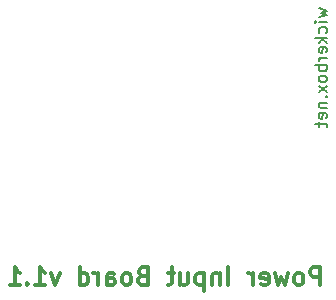
<source format=gbo>
G04 #@! TF.FileFunction,Legend,Bot*
%FSLAX46Y46*%
G04 Gerber Fmt 4.6, Leading zero omitted, Abs format (unit mm)*
G04 Created by KiCad (PCBNEW 4.0.1-3.201512221402+6198~38~ubuntu14.04.1-stable) date Sat 30 Jul 2016 07:16:47 PM PDT*
%MOMM*%
G01*
G04 APERTURE LIST*
%ADD10C,0.100000*%
%ADD11C,0.203200*%
%ADD12C,0.300000*%
G04 APERTURE END LIST*
D10*
D11*
X137450286Y-87472763D02*
X138127619Y-87666287D01*
X137643810Y-87859810D01*
X138127619Y-88053334D01*
X137450286Y-88246858D01*
X138127619Y-88633906D02*
X137450286Y-88633906D01*
X137111619Y-88633906D02*
X137160000Y-88585525D01*
X137208381Y-88633906D01*
X137160000Y-88682287D01*
X137111619Y-88633906D01*
X137208381Y-88633906D01*
X138079238Y-89553144D02*
X138127619Y-89456382D01*
X138127619Y-89262859D01*
X138079238Y-89166097D01*
X138030857Y-89117716D01*
X137934095Y-89069335D01*
X137643810Y-89069335D01*
X137547048Y-89117716D01*
X137498667Y-89166097D01*
X137450286Y-89262859D01*
X137450286Y-89456382D01*
X137498667Y-89553144D01*
X138127619Y-89988573D02*
X137111619Y-89988573D01*
X137740571Y-90085335D02*
X138127619Y-90375620D01*
X137450286Y-90375620D02*
X137837333Y-89988573D01*
X138079238Y-91198096D02*
X138127619Y-91101334D01*
X138127619Y-90907811D01*
X138079238Y-90811049D01*
X137982476Y-90762668D01*
X137595429Y-90762668D01*
X137498667Y-90811049D01*
X137450286Y-90907811D01*
X137450286Y-91101334D01*
X137498667Y-91198096D01*
X137595429Y-91246477D01*
X137692190Y-91246477D01*
X137788952Y-90762668D01*
X138127619Y-91681906D02*
X137450286Y-91681906D01*
X137643810Y-91681906D02*
X137547048Y-91730287D01*
X137498667Y-91778668D01*
X137450286Y-91875430D01*
X137450286Y-91972191D01*
X138127619Y-92310858D02*
X137111619Y-92310858D01*
X137498667Y-92310858D02*
X137450286Y-92407620D01*
X137450286Y-92601143D01*
X137498667Y-92697905D01*
X137547048Y-92746286D01*
X137643810Y-92794667D01*
X137934095Y-92794667D01*
X138030857Y-92746286D01*
X138079238Y-92697905D01*
X138127619Y-92601143D01*
X138127619Y-92407620D01*
X138079238Y-92310858D01*
X138127619Y-93375239D02*
X138079238Y-93278477D01*
X138030857Y-93230096D01*
X137934095Y-93181715D01*
X137643810Y-93181715D01*
X137547048Y-93230096D01*
X137498667Y-93278477D01*
X137450286Y-93375239D01*
X137450286Y-93520381D01*
X137498667Y-93617143D01*
X137547048Y-93665524D01*
X137643810Y-93713905D01*
X137934095Y-93713905D01*
X138030857Y-93665524D01*
X138079238Y-93617143D01*
X138127619Y-93520381D01*
X138127619Y-93375239D01*
X138127619Y-94052572D02*
X137450286Y-94584762D01*
X137450286Y-94052572D02*
X138127619Y-94584762D01*
X138030857Y-94971810D02*
X138079238Y-95020191D01*
X138127619Y-94971810D01*
X138079238Y-94923429D01*
X138030857Y-94971810D01*
X138127619Y-94971810D01*
X137450286Y-95455620D02*
X138127619Y-95455620D01*
X137547048Y-95455620D02*
X137498667Y-95504001D01*
X137450286Y-95600763D01*
X137450286Y-95745905D01*
X137498667Y-95842667D01*
X137595429Y-95891048D01*
X138127619Y-95891048D01*
X138079238Y-96761905D02*
X138127619Y-96665143D01*
X138127619Y-96471620D01*
X138079238Y-96374858D01*
X137982476Y-96326477D01*
X137595429Y-96326477D01*
X137498667Y-96374858D01*
X137450286Y-96471620D01*
X137450286Y-96665143D01*
X137498667Y-96761905D01*
X137595429Y-96810286D01*
X137692190Y-96810286D01*
X137788952Y-96326477D01*
X137450286Y-97100572D02*
X137450286Y-97487620D01*
X137111619Y-97245715D02*
X137982476Y-97245715D01*
X138079238Y-97294096D01*
X138127619Y-97390858D01*
X138127619Y-97487620D01*
D12*
X137567142Y-110914571D02*
X137567142Y-109414571D01*
X136995714Y-109414571D01*
X136852856Y-109486000D01*
X136781428Y-109557429D01*
X136709999Y-109700286D01*
X136709999Y-109914571D01*
X136781428Y-110057429D01*
X136852856Y-110128857D01*
X136995714Y-110200286D01*
X137567142Y-110200286D01*
X135852856Y-110914571D02*
X135995714Y-110843143D01*
X136067142Y-110771714D01*
X136138571Y-110628857D01*
X136138571Y-110200286D01*
X136067142Y-110057429D01*
X135995714Y-109986000D01*
X135852856Y-109914571D01*
X135638571Y-109914571D01*
X135495714Y-109986000D01*
X135424285Y-110057429D01*
X135352856Y-110200286D01*
X135352856Y-110628857D01*
X135424285Y-110771714D01*
X135495714Y-110843143D01*
X135638571Y-110914571D01*
X135852856Y-110914571D01*
X134852856Y-109914571D02*
X134567142Y-110914571D01*
X134281428Y-110200286D01*
X133995713Y-110914571D01*
X133709999Y-109914571D01*
X132567142Y-110843143D02*
X132709999Y-110914571D01*
X132995713Y-110914571D01*
X133138570Y-110843143D01*
X133209999Y-110700286D01*
X133209999Y-110128857D01*
X133138570Y-109986000D01*
X132995713Y-109914571D01*
X132709999Y-109914571D01*
X132567142Y-109986000D01*
X132495713Y-110128857D01*
X132495713Y-110271714D01*
X133209999Y-110414571D01*
X131852856Y-110914571D02*
X131852856Y-109914571D01*
X131852856Y-110200286D02*
X131781428Y-110057429D01*
X131709999Y-109986000D01*
X131567142Y-109914571D01*
X131424285Y-109914571D01*
X129781428Y-110914571D02*
X129781428Y-109414571D01*
X129067142Y-109914571D02*
X129067142Y-110914571D01*
X129067142Y-110057429D02*
X128995714Y-109986000D01*
X128852856Y-109914571D01*
X128638571Y-109914571D01*
X128495714Y-109986000D01*
X128424285Y-110128857D01*
X128424285Y-110914571D01*
X127709999Y-109914571D02*
X127709999Y-111414571D01*
X127709999Y-109986000D02*
X127567142Y-109914571D01*
X127281428Y-109914571D01*
X127138571Y-109986000D01*
X127067142Y-110057429D01*
X126995713Y-110200286D01*
X126995713Y-110628857D01*
X127067142Y-110771714D01*
X127138571Y-110843143D01*
X127281428Y-110914571D01*
X127567142Y-110914571D01*
X127709999Y-110843143D01*
X125709999Y-109914571D02*
X125709999Y-110914571D01*
X126352856Y-109914571D02*
X126352856Y-110700286D01*
X126281428Y-110843143D01*
X126138570Y-110914571D01*
X125924285Y-110914571D01*
X125781428Y-110843143D01*
X125709999Y-110771714D01*
X125209999Y-109914571D02*
X124638570Y-109914571D01*
X124995713Y-109414571D02*
X124995713Y-110700286D01*
X124924285Y-110843143D01*
X124781427Y-110914571D01*
X124638570Y-110914571D01*
X122495713Y-110128857D02*
X122281427Y-110200286D01*
X122209999Y-110271714D01*
X122138570Y-110414571D01*
X122138570Y-110628857D01*
X122209999Y-110771714D01*
X122281427Y-110843143D01*
X122424285Y-110914571D01*
X122995713Y-110914571D01*
X122995713Y-109414571D01*
X122495713Y-109414571D01*
X122352856Y-109486000D01*
X122281427Y-109557429D01*
X122209999Y-109700286D01*
X122209999Y-109843143D01*
X122281427Y-109986000D01*
X122352856Y-110057429D01*
X122495713Y-110128857D01*
X122995713Y-110128857D01*
X121281427Y-110914571D02*
X121424285Y-110843143D01*
X121495713Y-110771714D01*
X121567142Y-110628857D01*
X121567142Y-110200286D01*
X121495713Y-110057429D01*
X121424285Y-109986000D01*
X121281427Y-109914571D01*
X121067142Y-109914571D01*
X120924285Y-109986000D01*
X120852856Y-110057429D01*
X120781427Y-110200286D01*
X120781427Y-110628857D01*
X120852856Y-110771714D01*
X120924285Y-110843143D01*
X121067142Y-110914571D01*
X121281427Y-110914571D01*
X119495713Y-110914571D02*
X119495713Y-110128857D01*
X119567142Y-109986000D01*
X119709999Y-109914571D01*
X119995713Y-109914571D01*
X120138570Y-109986000D01*
X119495713Y-110843143D02*
X119638570Y-110914571D01*
X119995713Y-110914571D01*
X120138570Y-110843143D01*
X120209999Y-110700286D01*
X120209999Y-110557429D01*
X120138570Y-110414571D01*
X119995713Y-110343143D01*
X119638570Y-110343143D01*
X119495713Y-110271714D01*
X118781427Y-110914571D02*
X118781427Y-109914571D01*
X118781427Y-110200286D02*
X118709999Y-110057429D01*
X118638570Y-109986000D01*
X118495713Y-109914571D01*
X118352856Y-109914571D01*
X117209999Y-110914571D02*
X117209999Y-109414571D01*
X117209999Y-110843143D02*
X117352856Y-110914571D01*
X117638570Y-110914571D01*
X117781428Y-110843143D01*
X117852856Y-110771714D01*
X117924285Y-110628857D01*
X117924285Y-110200286D01*
X117852856Y-110057429D01*
X117781428Y-109986000D01*
X117638570Y-109914571D01*
X117352856Y-109914571D01*
X117209999Y-109986000D01*
X115495713Y-109914571D02*
X115138570Y-110914571D01*
X114781428Y-109914571D01*
X113424285Y-110914571D02*
X114281428Y-110914571D01*
X113852856Y-110914571D02*
X113852856Y-109414571D01*
X113995713Y-109628857D01*
X114138571Y-109771714D01*
X114281428Y-109843143D01*
X112781428Y-110771714D02*
X112710000Y-110843143D01*
X112781428Y-110914571D01*
X112852857Y-110843143D01*
X112781428Y-110771714D01*
X112781428Y-110914571D01*
X111281428Y-110914571D02*
X112138571Y-110914571D01*
X111709999Y-110914571D02*
X111709999Y-109414571D01*
X111852856Y-109628857D01*
X111995714Y-109771714D01*
X112138571Y-109843143D01*
M02*

</source>
